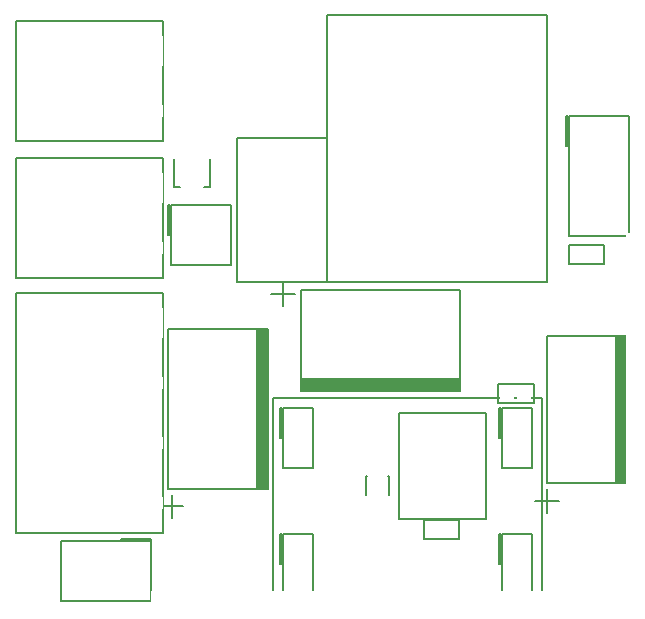
<source format=gto>
G04 #@! TF.FileFunction,Legend,Top*
%FSLAX46Y46*%
G04 Gerber Fmt 4.6, Leading zero omitted, Abs format (unit mm)*
G04 Created by KiCad (PCBNEW 4.0.0-rc1-stable) date 2016-02-04 20:32:03*
%MOMM*%
G01*
G04 APERTURE LIST*
%ADD10C,0.100000*%
%ADD11C,0.152000*%
%ADD12R,1.200000X1.150000*%
%ADD13R,2.000000X1.600000*%
%ADD14O,2.000000X1.600000*%
%ADD15R,1.450000X1.700000*%
%ADD16R,1.600000X2.000000*%
%ADD17O,1.600000X2.000000*%
%ADD18R,1.750000X2.300000*%
%ADD19C,7.700000*%
%ADD20C,0.850000*%
%ADD21R,7.200000X7.200000*%
%ADD22R,1.700000X2.700000*%
%ADD23R,3.900000X2.400000*%
%ADD24R,1.600000X2.400000*%
%ADD25R,2.200000X1.400000*%
%ADD26R,1.600000X1.600000*%
%ADD27O,1.600000X1.600000*%
%ADD28R,1.500000X1.500000*%
%ADD29O,1.500000X1.500000*%
%ADD30R,2.800000X2.500000*%
%ADD31O,2.800000X2.500000*%
%ADD32C,0.254000*%
G04 APERTURE END LIST*
D10*
D11*
X93700000Y-71000000D02*
X93700000Y-69400000D01*
X93700000Y-69400000D02*
X96700000Y-69400000D01*
X96700000Y-69400000D02*
X96700000Y-71000000D01*
X96700000Y-71000000D02*
X93700000Y-71000000D01*
X69459000Y-98874000D02*
X69459000Y-93794000D01*
X69459000Y-93794000D02*
X71999000Y-93794000D01*
X71999000Y-93794000D02*
X71999000Y-98874000D01*
X71999000Y-98874000D02*
X69459000Y-98874000D01*
X69230000Y-96334000D02*
X69230000Y-93794000D01*
X69230000Y-93794000D02*
X69383000Y-93794000D01*
X69383000Y-93794000D02*
X69383000Y-96334000D01*
X69383000Y-96334000D02*
X69230000Y-96334000D01*
X69459000Y-88206000D02*
X69459000Y-83126000D01*
X69459000Y-83126000D02*
X71999000Y-83126000D01*
X71999000Y-83126000D02*
X71999000Y-88206000D01*
X71999000Y-88206000D02*
X69459000Y-88206000D01*
X69230000Y-85666000D02*
X69230000Y-83126000D01*
X69230000Y-83126000D02*
X69383000Y-83126000D01*
X69383000Y-83126000D02*
X69383000Y-85666000D01*
X69383000Y-85666000D02*
X69230000Y-85666000D01*
X88001000Y-98874000D02*
X88001000Y-93794000D01*
X88001000Y-93794000D02*
X90541000Y-93794000D01*
X90541000Y-93794000D02*
X90541000Y-98874000D01*
X90541000Y-98874000D02*
X88001000Y-98874000D01*
X87772000Y-96334000D02*
X87772000Y-93794000D01*
X87772000Y-93794000D02*
X87925000Y-93794000D01*
X87925000Y-93794000D02*
X87925000Y-96334000D01*
X87925000Y-96334000D02*
X87772000Y-96334000D01*
X88001000Y-88206000D02*
X88001000Y-83126000D01*
X88001000Y-83126000D02*
X90541000Y-83126000D01*
X90541000Y-83126000D02*
X90541000Y-88206000D01*
X90541000Y-88206000D02*
X88001000Y-88206000D01*
X87772000Y-85666000D02*
X87772000Y-83126000D01*
X87772000Y-83126000D02*
X87925000Y-83126000D01*
X87925000Y-83126000D02*
X87925000Y-85666000D01*
X87925000Y-85666000D02*
X87772000Y-85666000D01*
X68600000Y-99700000D02*
X68600000Y-82300000D01*
X68600000Y-82300000D02*
X91400000Y-82300000D01*
X91400000Y-82300000D02*
X91400000Y-99700000D01*
X91400000Y-99700000D02*
X68600000Y-99700000D01*
X84400000Y-92650000D02*
X84400000Y-94250000D01*
X84400000Y-94250000D02*
X81400000Y-94250000D01*
X81400000Y-94250000D02*
X81400000Y-92650000D01*
X81400000Y-92650000D02*
X84400000Y-92650000D01*
X76524000Y-90500000D02*
X76524000Y-88924000D01*
X76524000Y-88924000D02*
X76619000Y-88924000D01*
X78476000Y-90500000D02*
X78476000Y-88924000D01*
X78476000Y-88924000D02*
X78381000Y-88924000D01*
X50690000Y-94460000D02*
X58310000Y-94460000D01*
X58310000Y-94460000D02*
X58310000Y-99540000D01*
X58310000Y-99540000D02*
X50690000Y-99540000D01*
X50690000Y-99540000D02*
X50690000Y-94460000D01*
X55770000Y-94231000D02*
X58310000Y-94231000D01*
X58310000Y-94231000D02*
X58310000Y-94384000D01*
X58310000Y-94384000D02*
X55770000Y-94384000D01*
X55770000Y-94384000D02*
X55770000Y-94231000D01*
X63336000Y-62100000D02*
X63336000Y-64476000D01*
X63336000Y-64476000D02*
X62831000Y-64476000D01*
X60264000Y-62100000D02*
X60264000Y-64476000D01*
X60264000Y-64476000D02*
X60769000Y-64476000D01*
X65600000Y-72500000D02*
X65600000Y-60300000D01*
X65600000Y-60300000D02*
X73200000Y-60300000D01*
X73200000Y-60300000D02*
X73200000Y-72500000D01*
X73200000Y-72500000D02*
X65600000Y-72500000D01*
X79300000Y-92600000D02*
X79300000Y-83600000D01*
X79300000Y-83600000D02*
X86700000Y-83600000D01*
X86700000Y-83600000D02*
X86700000Y-92600000D01*
X86700000Y-92600000D02*
X79300000Y-92600000D01*
X91800000Y-72500000D02*
X73200000Y-72500000D01*
X73200000Y-72500000D02*
X73200000Y-49900000D01*
X73200000Y-49900000D02*
X91800000Y-49900000D01*
X91800000Y-49900000D02*
X91800000Y-72500000D01*
X59750000Y-90000000D02*
X59750000Y-76500000D01*
X59750000Y-76500000D02*
X68250000Y-76500000D01*
X68250000Y-76500000D02*
X68250000Y-90000000D01*
X68250000Y-90000000D02*
X59750000Y-90000000D01*
X68113000Y-90000000D02*
X68113000Y-76500000D01*
X67976000Y-90000000D02*
X67976000Y-76500000D01*
X67839000Y-90000000D02*
X67839000Y-76500000D01*
X67701000Y-90000000D02*
X67701000Y-76500000D01*
X67564000Y-90000000D02*
X67564000Y-76500000D01*
X67427000Y-90000000D02*
X67427000Y-76500000D01*
X67290000Y-90000000D02*
X67290000Y-76500000D01*
X59050000Y-91500000D02*
X61050000Y-91500000D01*
X60050000Y-92500000D02*
X60050000Y-90500000D01*
X71000000Y-73200000D02*
X84500000Y-73200000D01*
X84500000Y-73200000D02*
X84500000Y-81700000D01*
X84500000Y-81700000D02*
X71000000Y-81700000D01*
X71000000Y-81700000D02*
X71000000Y-73200000D01*
X71000000Y-81563000D02*
X84500000Y-81563000D01*
X71000000Y-81426000D02*
X84500000Y-81426000D01*
X71000000Y-81289000D02*
X84500000Y-81289000D01*
X71000000Y-81151000D02*
X84500000Y-81151000D01*
X71000000Y-81014000D02*
X84500000Y-81014000D01*
X71000000Y-80877000D02*
X84500000Y-80877000D01*
X71000000Y-80740000D02*
X84500000Y-80740000D01*
X69500000Y-72500000D02*
X69500000Y-74500000D01*
X68500000Y-73500000D02*
X70500000Y-73500000D01*
X91850000Y-89550000D02*
X91850000Y-77050000D01*
X91850000Y-77050000D02*
X98650000Y-77050000D01*
X98650000Y-77050000D02*
X98650000Y-89550000D01*
X98650000Y-89550000D02*
X91850000Y-89550000D01*
X98513000Y-89550000D02*
X98513000Y-77050000D01*
X98376000Y-89550000D02*
X98376000Y-77050000D01*
X98239000Y-89550000D02*
X98239000Y-77050000D01*
X98101000Y-89550000D02*
X98101000Y-77050000D01*
X97964000Y-89550000D02*
X97964000Y-77050000D01*
X97827000Y-89550000D02*
X97827000Y-77050000D01*
X97690000Y-89550000D02*
X97690000Y-77050000D01*
X90850000Y-91050000D02*
X92850000Y-91050000D01*
X91850000Y-92050000D02*
X91850000Y-90050000D01*
X59960000Y-71040000D02*
X59960000Y-65960000D01*
X59960000Y-65960000D02*
X65040000Y-65960000D01*
X65040000Y-65960000D02*
X65040000Y-71040000D01*
X65040000Y-71040000D02*
X59960000Y-71040000D01*
X59731000Y-68500000D02*
X59731000Y-65960000D01*
X59731000Y-65960000D02*
X59884000Y-65960000D01*
X59884000Y-65960000D02*
X59884000Y-68500000D01*
X59884000Y-68500000D02*
X59731000Y-68500000D01*
X93710000Y-68580000D02*
X93710000Y-58420000D01*
X93710000Y-58420000D02*
X98790000Y-58420000D01*
X98790000Y-58420000D02*
X98790000Y-68580000D01*
X98790000Y-68580000D02*
X93710000Y-68580000D01*
X93481000Y-60960000D02*
X93481000Y-58420000D01*
X93481000Y-58420000D02*
X93634000Y-58420000D01*
X93634000Y-58420000D02*
X93634000Y-60960000D01*
X93634000Y-60960000D02*
X93481000Y-60960000D01*
X90700000Y-81100000D02*
X90700000Y-82700000D01*
X90700000Y-82700000D02*
X87700000Y-82700000D01*
X87700000Y-82700000D02*
X87700000Y-81100000D01*
X87700000Y-81100000D02*
X90700000Y-81100000D01*
X46900000Y-72120000D02*
X46900000Y-61960000D01*
X46900000Y-61960000D02*
X59300000Y-61960000D01*
X59300000Y-61960000D02*
X59300000Y-72120000D01*
X59300000Y-72120000D02*
X46900000Y-72120000D01*
X46900000Y-93780000D02*
X46900000Y-73460000D01*
X46900000Y-73460000D02*
X59300000Y-73460000D01*
X59300000Y-73460000D02*
X59300000Y-93780000D01*
X59300000Y-93780000D02*
X46900000Y-93780000D01*
X46900000Y-60540000D02*
X46900000Y-50380000D01*
X46900000Y-50380000D02*
X59300000Y-50380000D01*
X59300000Y-50380000D02*
X59300000Y-60540000D01*
X59300000Y-60540000D02*
X46900000Y-60540000D01*
%LPC*%
D12*
X94475000Y-70200000D03*
X95925000Y-70200000D03*
D13*
X70729000Y-95064000D03*
D14*
X70729000Y-97604000D03*
D13*
X70729000Y-84396000D03*
D14*
X70729000Y-86936000D03*
D13*
X89271000Y-95064000D03*
D14*
X89271000Y-97604000D03*
D13*
X89271000Y-84396000D03*
D14*
X89271000Y-86936000D03*
D12*
X83625000Y-93450000D03*
X82175000Y-93450000D03*
D15*
X77500000Y-89400000D03*
X77500000Y-91600000D03*
D16*
X57040000Y-95730000D03*
D17*
X57040000Y-98270000D03*
X54500000Y-95730000D03*
X54500000Y-98270000D03*
X51960000Y-95730000D03*
X51960000Y-98270000D03*
D18*
X61800000Y-64000000D03*
X61800000Y-60200000D03*
D19*
X64000000Y-96000000D03*
D20*
X66675000Y-96000000D03*
X65892000Y-94108000D03*
X64000000Y-93325000D03*
X62108000Y-94108000D03*
X61325000Y-96000000D03*
X62108000Y-97892000D03*
X64000000Y-98675000D03*
X65892000Y-97892000D03*
D19*
X64000000Y-54000000D03*
D20*
X66675000Y-54000000D03*
X65892000Y-52108000D03*
X64000000Y-51325000D03*
X62108000Y-52108000D03*
X61325000Y-54000000D03*
X62108000Y-55892000D03*
X64000000Y-56675000D03*
X65892000Y-55892000D03*
D19*
X96000000Y-96000000D03*
D20*
X98675000Y-96000000D03*
X97892000Y-94108000D03*
X96000000Y-93325000D03*
X94108000Y-94108000D03*
X93325000Y-96000000D03*
X94108000Y-97892000D03*
X96000000Y-98675000D03*
X97892000Y-97892000D03*
D19*
X96000000Y-54000000D03*
D20*
X98675000Y-54000000D03*
X97892000Y-52108000D03*
X96000000Y-51325000D03*
X94108000Y-52108000D03*
X93325000Y-54000000D03*
X94108000Y-55892000D03*
X96000000Y-56675000D03*
X97892000Y-55892000D03*
D21*
X69400000Y-64100000D03*
D22*
X67100000Y-71000000D03*
X71700000Y-71000000D03*
D23*
X83000000Y-85000000D03*
D24*
X80700000Y-91200000D03*
X83000000Y-91200000D03*
X85300000Y-91200000D03*
D25*
X90500000Y-70200000D03*
X90500000Y-68200000D03*
X90500000Y-66200000D03*
X90500000Y-64200000D03*
X90500000Y-62200000D03*
X90500000Y-60200000D03*
X90500000Y-58200000D03*
X90500000Y-56200000D03*
X74500000Y-56200000D03*
X74500000Y-58200000D03*
X74500000Y-60200000D03*
X74500000Y-62200000D03*
X74500000Y-64200000D03*
X74500000Y-66200000D03*
X74500000Y-68200000D03*
X74500000Y-70200000D03*
D26*
X62250000Y-91000000D03*
D27*
X65750000Y-91000000D03*
D26*
X70000000Y-75700000D03*
D27*
X70000000Y-79200000D03*
D28*
X94000000Y-90500000D03*
D29*
X96500000Y-90500000D03*
D13*
X61230000Y-67230000D03*
D14*
X63770000Y-67230000D03*
X61230000Y-69770000D03*
X63770000Y-69770000D03*
D13*
X94980000Y-59690000D03*
D14*
X97520000Y-59690000D03*
X94980000Y-62230000D03*
X97520000Y-62230000D03*
X94980000Y-64770000D03*
X97520000Y-64770000D03*
X94980000Y-67310000D03*
X97520000Y-67310000D03*
D12*
X89925000Y-81900000D03*
X88475000Y-81900000D03*
D30*
X58000000Y-64500000D03*
D31*
X58000000Y-69580000D03*
D30*
X58000000Y-76000000D03*
D31*
X58000000Y-81080000D03*
X58000000Y-86160000D03*
X58000000Y-91240000D03*
D30*
X58000000Y-52920000D03*
D31*
X58000000Y-58000000D03*
D32*
G36*
X67723000Y-53873000D02*
X60277000Y-53873000D01*
X60277000Y-50127000D01*
X67723000Y-50127000D01*
X67723000Y-53873000D01*
X67723000Y-53873000D01*
G37*
X67723000Y-53873000D02*
X60277000Y-53873000D01*
X60277000Y-50127000D01*
X67723000Y-50127000D01*
X67723000Y-53873000D01*
G36*
X99873000Y-99873000D02*
X58377000Y-99873000D01*
X58377000Y-98627000D01*
X60150000Y-98627000D01*
X60199410Y-98616994D01*
X60241035Y-98588553D01*
X60268315Y-98546159D01*
X60277000Y-98500000D01*
X60277000Y-96127000D01*
X67723000Y-96127000D01*
X67723000Y-98650000D01*
X67733006Y-98699410D01*
X67761447Y-98741035D01*
X67803841Y-98768315D01*
X67850000Y-98777000D01*
X92150000Y-98777000D01*
X92199410Y-98766994D01*
X92241035Y-98738553D01*
X92268315Y-98696159D01*
X92277000Y-98650000D01*
X92277000Y-96052606D01*
X96052606Y-92277000D01*
X98500000Y-92277000D01*
X98549410Y-92266994D01*
X98591035Y-92238553D01*
X98618315Y-92196159D01*
X98627000Y-92150000D01*
X98627000Y-68427000D01*
X98950000Y-68427000D01*
X98999410Y-68416994D01*
X99041035Y-68388553D01*
X99068315Y-68346159D01*
X99077000Y-68300000D01*
X99077000Y-57877675D01*
X99066994Y-57828265D01*
X99038553Y-57786640D01*
X98996159Y-57759360D01*
X98950000Y-57750675D01*
X96127000Y-57750675D01*
X96127000Y-50277000D01*
X99873000Y-50277000D01*
X99873000Y-99873000D01*
X99873000Y-99873000D01*
G37*
X99873000Y-99873000D02*
X58377000Y-99873000D01*
X58377000Y-98627000D01*
X60150000Y-98627000D01*
X60199410Y-98616994D01*
X60241035Y-98588553D01*
X60268315Y-98546159D01*
X60277000Y-98500000D01*
X60277000Y-96127000D01*
X67723000Y-96127000D01*
X67723000Y-98650000D01*
X67733006Y-98699410D01*
X67761447Y-98741035D01*
X67803841Y-98768315D01*
X67850000Y-98777000D01*
X92150000Y-98777000D01*
X92199410Y-98766994D01*
X92241035Y-98738553D01*
X92268315Y-98696159D01*
X92277000Y-98650000D01*
X92277000Y-96052606D01*
X96052606Y-92277000D01*
X98500000Y-92277000D01*
X98549410Y-92266994D01*
X98591035Y-92238553D01*
X98618315Y-92196159D01*
X98627000Y-92150000D01*
X98627000Y-68427000D01*
X98950000Y-68427000D01*
X98999410Y-68416994D01*
X99041035Y-68388553D01*
X99068315Y-68346159D01*
X99077000Y-68300000D01*
X99077000Y-57877675D01*
X99066994Y-57828265D01*
X99038553Y-57786640D01*
X98996159Y-57759360D01*
X98950000Y-57750675D01*
X96127000Y-57750675D01*
X96127000Y-50277000D01*
X99873000Y-50277000D01*
X99873000Y-99873000D01*
M02*

</source>
